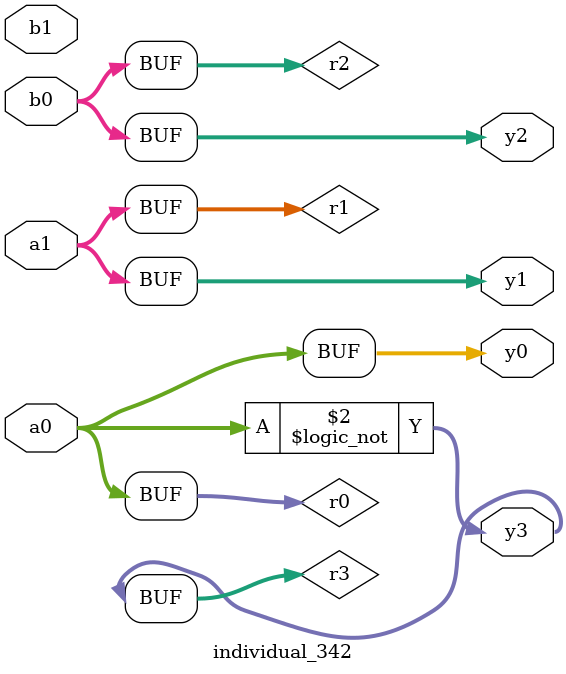
<source format=sv>
module individual_342(input logic [15:0] a1, input logic [15:0] a0, input logic [15:0] b1, input logic [15:0] b0, output logic [15:0] y3, output logic [15:0] y2, output logic [15:0] y1, output logic [15:0] y0);
logic [15:0] r0, r1, r2, r3; 
 always@(*) begin 
	 r0 = a0; r1 = a1; r2 = b0; r3 = b1; 
 	 r3 = ! a0 ;
 	 y3 = r3; y2 = r2; y1 = r1; y0 = r0; 
end
endmodule
</source>
